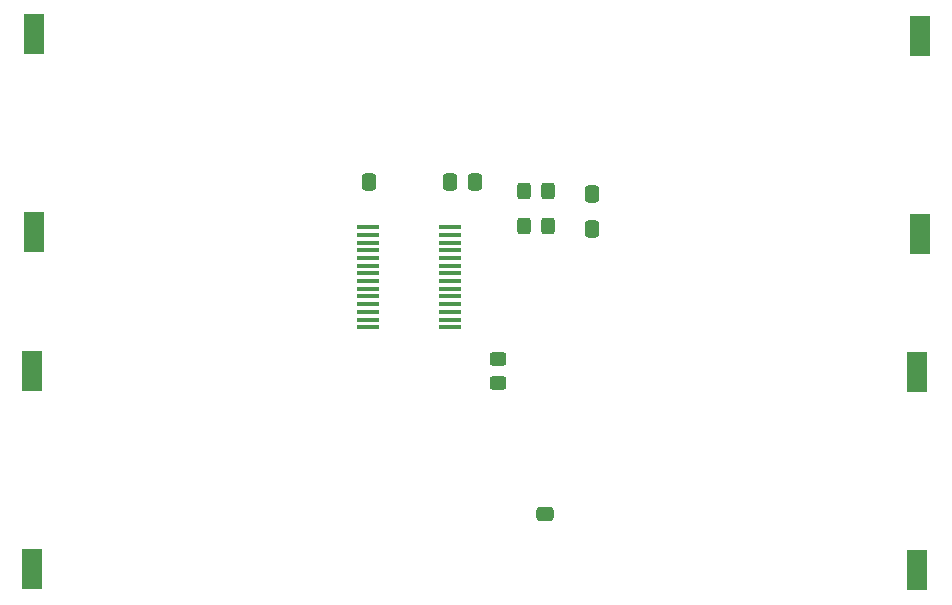
<source format=gbr>
%TF.GenerationSoftware,KiCad,Pcbnew,9.0.5*%
%TF.CreationDate,2025-11-19T11:21:45-07:00*%
%TF.ProjectId,USlave,55536c61-7665-42e6-9b69-6361645f7063,rev?*%
%TF.SameCoordinates,Original*%
%TF.FileFunction,Paste,Top*%
%TF.FilePolarity,Positive*%
%FSLAX46Y46*%
G04 Gerber Fmt 4.6, Leading zero omitted, Abs format (unit mm)*
G04 Created by KiCad (PCBNEW 9.0.5) date 2025-11-19 11:21:45*
%MOMM*%
%LPD*%
G01*
G04 APERTURE LIST*
G04 Aperture macros list*
%AMRoundRect*
0 Rectangle with rounded corners*
0 $1 Rounding radius*
0 $2 $3 $4 $5 $6 $7 $8 $9 X,Y pos of 4 corners*
0 Add a 4 corners polygon primitive as box body*
4,1,4,$2,$3,$4,$5,$6,$7,$8,$9,$2,$3,0*
0 Add four circle primitives for the rounded corners*
1,1,$1+$1,$2,$3*
1,1,$1+$1,$4,$5*
1,1,$1+$1,$6,$7*
1,1,$1+$1,$8,$9*
0 Add four rect primitives between the rounded corners*
20,1,$1+$1,$2,$3,$4,$5,0*
20,1,$1+$1,$4,$5,$6,$7,0*
20,1,$1+$1,$6,$7,$8,$9,0*
20,1,$1+$1,$8,$9,$2,$3,0*%
G04 Aperture macros list end*
%ADD10RoundRect,0.250000X-0.337500X-0.475000X0.337500X-0.475000X0.337500X0.475000X-0.337500X0.475000X0*%
%ADD11R,1.651000X3.429000*%
%ADD12RoundRect,0.100000X0.850000X0.100000X-0.850000X0.100000X-0.850000X-0.100000X0.850000X-0.100000X0*%
%ADD13RoundRect,0.250000X0.450000X-0.325000X0.450000X0.325000X-0.450000X0.325000X-0.450000X-0.325000X0*%
%ADD14RoundRect,0.250000X-0.325000X-0.450000X0.325000X-0.450000X0.325000X0.450000X-0.325000X0.450000X0*%
%ADD15RoundRect,0.250000X0.337500X0.475000X-0.337500X0.475000X-0.337500X-0.475000X0.337500X-0.475000X0*%
%ADD16RoundRect,0.250000X0.475000X-0.337500X0.475000X0.337500X-0.475000X0.337500X-0.475000X-0.337500X0*%
G04 APERTURE END LIST*
D10*
%TO.C,R6*%
X199962500Y-73000000D03*
%TD*%
D11*
%TO.C,J9*%
X227770001Y-73385000D03*
X227770001Y-56615000D03*
%TD*%
D12*
%TO.C,U1*%
X188000000Y-81300000D03*
X188000000Y-80650000D03*
X188000000Y-80000000D03*
X188000000Y-79350000D03*
X188000000Y-78700000D03*
X188000000Y-78050000D03*
X188000000Y-77400000D03*
X188000000Y-76750000D03*
X188000000Y-76100000D03*
X188000000Y-75450000D03*
X188000000Y-74800000D03*
X188000000Y-74150000D03*
X188000000Y-73500000D03*
X188000000Y-72850000D03*
X181000000Y-72850000D03*
X181000000Y-73500000D03*
X181000000Y-74150000D03*
X181000000Y-74800000D03*
X181000000Y-75450000D03*
X181000000Y-76100000D03*
X181000000Y-76750000D03*
X181000000Y-77400000D03*
X181000000Y-78050000D03*
X181000000Y-78700000D03*
X181000000Y-79350000D03*
X181000000Y-80000000D03*
X181000000Y-80650000D03*
X181000000Y-81300000D03*
%TD*%
D13*
%TO.C,D1*%
X192000000Y-84000000D03*
X192000000Y-86032000D03*
%TD*%
D11*
%TO.C,J6*%
X152722537Y-56481817D03*
X152722537Y-73251817D03*
%TD*%
D14*
%TO.C,D2*%
X196270000Y-72762000D03*
X194238000Y-72762000D03*
%TD*%
D15*
%TO.C,R4*%
X190037500Y-69000000D03*
X187962500Y-69000000D03*
%TD*%
D11*
%TO.C,J8*%
X227512999Y-101884999D03*
X227512999Y-85114999D03*
%TD*%
%TO.C,J7*%
X152609538Y-84981816D03*
X152609538Y-101751816D03*
%TD*%
D16*
%TO.C,R1*%
X196000000Y-97075000D03*
%TD*%
D10*
%TO.C,R7*%
X199962500Y-70000000D03*
%TD*%
%TO.C,R5*%
X181075000Y-69000000D03*
%TD*%
D14*
%TO.C,D3*%
X196270000Y-69762000D03*
X194238000Y-69762000D03*
%TD*%
M02*

</source>
